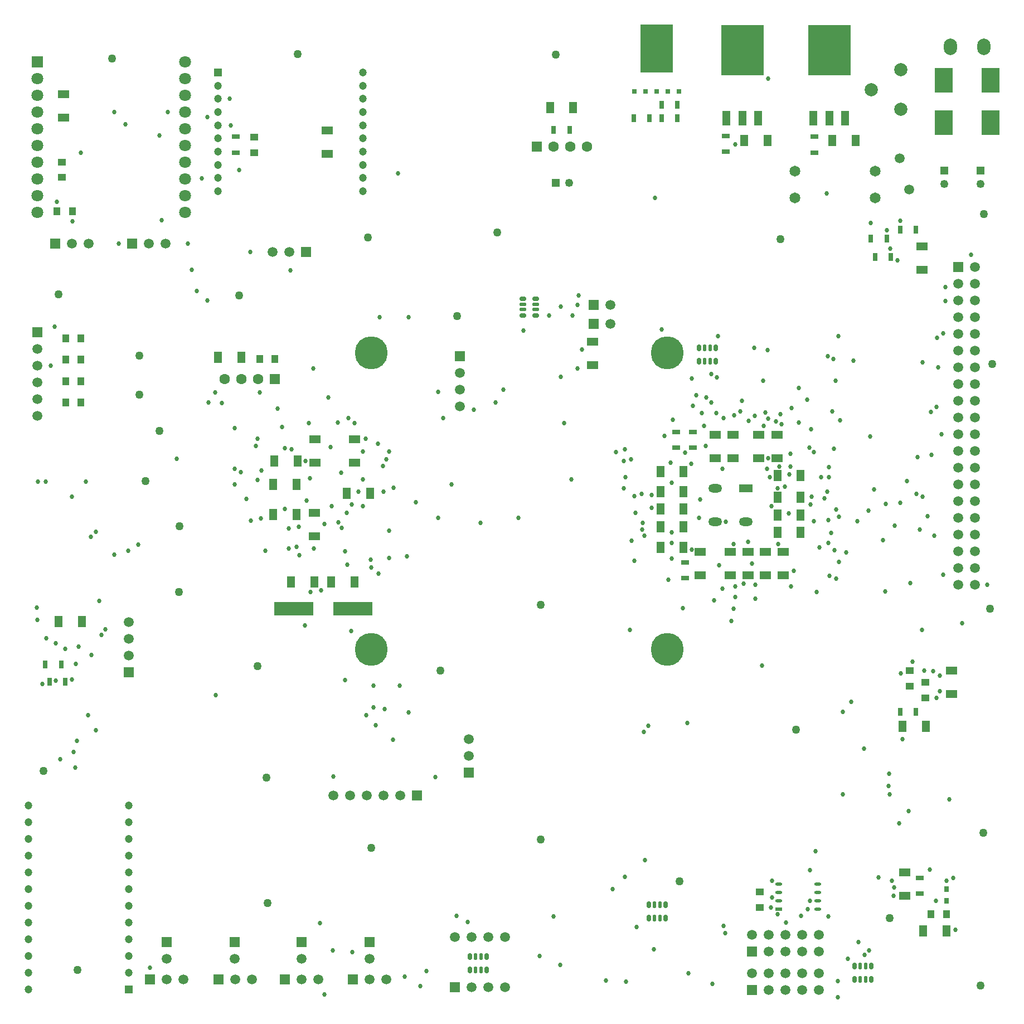
<source format=gbs>
%FSLAX25Y25*%
%MOIN*%
G70*
G01*
G75*
G04 Layer_Color=16711935*
%ADD10C,0.01000*%
%ADD11C,0.00689*%
%ADD12C,0.00669*%
%ADD13C,0.00827*%
%ADD14C,0.01575*%
%ADD15C,0.00787*%
%ADD16O,0.07087X0.01181*%
%ADD17O,0.01181X0.07087*%
%ADD18R,0.04921X0.06693*%
%ADD19R,0.09843X0.07874*%
%ADD20R,0.09843X0.01969*%
%ADD21O,0.04724X0.02362*%
%ADD22R,0.00984X0.01378*%
%ADD23O,0.00984X0.01378*%
%ADD24R,0.04724X0.04724*%
%ADD25R,0.04724X0.09449*%
G04:AMPARAMS|DCode=26|XSize=70.87mil|YSize=43.31mil|CornerRadius=0mil|HoleSize=0mil|Usage=FLASHONLY|Rotation=270.000|XOffset=0mil|YOffset=0mil|HoleType=Round|Shape=Octagon|*
%AMOCTAGOND26*
4,1,8,-0.01083,-0.03543,0.01083,-0.03543,0.02165,-0.02461,0.02165,0.02461,0.01083,0.03543,-0.01083,0.03543,-0.02165,0.02461,-0.02165,-0.02461,-0.01083,-0.03543,0.0*
%
%ADD26OCTAGOND26*%

%ADD27R,0.05118X0.04134*%
%ADD28R,0.04134X0.05118*%
G04:AMPARAMS|DCode=29|XSize=39.37mil|YSize=25.59mil|CornerRadius=0mil|HoleSize=0mil|Usage=FLASHONLY|Rotation=270.000|XOffset=0mil|YOffset=0mil|HoleType=Round|Shape=Octagon|*
%AMOCTAGOND29*
4,1,8,-0.00640,-0.01969,0.00640,-0.01969,0.01280,-0.01329,0.01280,0.01329,0.00640,0.01969,-0.00640,0.01969,-0.01280,0.01329,-0.01280,-0.01329,-0.00640,-0.01969,0.0*
%
%ADD29OCTAGOND29*%

G04:AMPARAMS|DCode=30|XSize=39.37mil|YSize=19.69mil|CornerRadius=0mil|HoleSize=0mil|Usage=FLASHONLY|Rotation=270.000|XOffset=0mil|YOffset=0mil|HoleType=Round|Shape=Octagon|*
%AMOCTAGOND30*
4,1,8,-0.00492,-0.01969,0.00492,-0.01969,0.00984,-0.01476,0.00984,0.01476,0.00492,0.01969,-0.00492,0.01969,-0.00984,0.01476,-0.00984,-0.01476,-0.00492,-0.01969,0.0*
%
%ADD30OCTAGOND30*%

%ADD31R,0.05906X0.03150*%
G04:AMPARAMS|DCode=32|XSize=59.06mil|YSize=31.5mil|CornerRadius=0mil|HoleSize=0mil|Usage=FLASHONLY|Rotation=180.000|XOffset=0mil|YOffset=0mil|HoleType=Round|Shape=Octagon|*
%AMOCTAGOND32*
4,1,8,-0.02953,0.00787,-0.02953,-0.00787,-0.02165,-0.01575,0.02165,-0.01575,0.02953,-0.00787,0.02953,0.00787,0.02165,0.01575,-0.02165,0.01575,-0.02953,0.00787,0.0*
%
%ADD32OCTAGOND32*%

G04:AMPARAMS|DCode=33|XSize=78.74mil|YSize=57.09mil|CornerRadius=0mil|HoleSize=0mil|Usage=FLASHONLY|Rotation=180.000|XOffset=0mil|YOffset=0mil|HoleType=Round|Shape=Octagon|*
%AMOCTAGOND33*
4,1,8,-0.03937,0.01427,-0.03937,-0.01427,-0.02510,-0.02854,0.02510,-0.02854,0.03937,-0.01427,0.03937,0.01427,0.02510,0.02854,-0.02510,0.02854,-0.03937,0.01427,0.0*
%
%ADD33OCTAGOND33*%

G04:AMPARAMS|DCode=34|XSize=47.24mil|YSize=39.37mil|CornerRadius=0mil|HoleSize=0mil|Usage=FLASHONLY|Rotation=90.000|XOffset=0mil|YOffset=0mil|HoleType=Round|Shape=Octagon|*
%AMOCTAGOND34*
4,1,8,0.00984,0.02362,-0.00984,0.02362,-0.01969,0.01378,-0.01969,-0.01378,-0.00984,-0.02362,0.00984,-0.02362,0.01969,-0.01378,0.01969,0.01378,0.00984,0.02362,0.0*
%
%ADD34OCTAGOND34*%

%ADD35O,0.02087X0.07795*%
%ADD36R,0.02087X0.07795*%
%ADD37O,0.06102X0.00984*%
%ADD38O,0.00984X0.06102*%
%ADD39O,0.01772X0.01181*%
%ADD40R,0.01772X0.01181*%
%ADD41R,0.01181X0.01772*%
%ADD42R,0.02165X0.04134*%
%ADD43O,0.02165X0.04134*%
%ADD44R,0.01969X0.01575*%
%ADD45O,0.01969X0.01575*%
%ADD46O,0.02232X0.01181*%
%ADD47R,0.02232X0.01181*%
%ADD48R,0.01181X0.02232*%
%ADD49O,0.01181X0.01575*%
%ADD50R,0.01181X0.01575*%
%ADD51R,0.01575X0.01181*%
%ADD52R,0.07874X0.07874*%
%ADD53R,0.06693X0.04921*%
%ADD54R,0.03150X0.04724*%
%ADD55R,0.03150X0.03543*%
%ADD56R,0.04724X0.03150*%
%ADD57C,0.00650*%
%ADD58C,0.01969*%
%ADD59C,0.02362*%
%ADD60R,0.23000X0.17000*%
%ADD61R,0.05906X0.05906*%
%ADD62C,0.05906*%
%ADD63R,0.04724X0.04724*%
%ADD64C,0.04724*%
%ADD65C,0.07087*%
%ADD66R,0.07087X0.07087*%
%ADD67R,0.05906X0.05906*%
%ADD68C,0.06496*%
%ADD69R,0.06299X0.06299*%
%ADD70C,0.06299*%
%ADD71O,0.07874X0.09843*%
%ADD72C,0.07874*%
%ADD73R,0.04921X0.04921*%
%ADD74C,0.04921*%
%ADD75R,0.04921X0.04921*%
%ADD76C,0.19685*%
%ADD77C,0.02701*%
%ADD78C,0.05000*%
%ADD79C,0.03937*%
%ADD80C,0.07874*%
%ADD81C,0.02756*%
%ADD82C,0.02953*%
%ADD83C,0.05394*%
%ADD84R,0.02756X0.03150*%
%ADD85R,0.19685X0.28543*%
%ADD86R,0.08268X0.05118*%
%ADD87O,0.08268X0.05118*%
%ADD88R,0.23622X0.07874*%
%ADD89R,0.25598X0.30299*%
%ADD90R,0.04685X0.09055*%
G04:AMPARAMS|DCode=91|XSize=39.37mil|YSize=25.59mil|CornerRadius=0mil|HoleSize=0mil|Usage=FLASHONLY|Rotation=0.000|XOffset=0mil|YOffset=0mil|HoleType=Round|Shape=Octagon|*
%AMOCTAGOND91*
4,1,8,0.01969,-0.00640,0.01969,0.00640,0.01329,0.01280,-0.01329,0.01280,-0.01969,0.00640,-0.01969,-0.00640,-0.01329,-0.01280,0.01329,-0.01280,0.01969,-0.00640,0.0*
%
%ADD91OCTAGOND91*%

G04:AMPARAMS|DCode=92|XSize=39.37mil|YSize=19.69mil|CornerRadius=0mil|HoleSize=0mil|Usage=FLASHONLY|Rotation=0.000|XOffset=0mil|YOffset=0mil|HoleType=Round|Shape=Octagon|*
%AMOCTAGOND92*
4,1,8,0.01969,-0.00492,0.01969,0.00492,0.01476,0.00984,-0.01476,0.00984,-0.01969,0.00492,-0.01969,-0.00492,-0.01476,-0.00984,0.01476,-0.00984,0.01969,-0.00492,0.0*
%
%ADD92OCTAGOND92*%

%ADD93O,0.04095X0.01969*%
%ADD94R,0.04095X0.01969*%
%ADD95R,0.11000X0.15000*%
%ADD96C,0.04921*%
%ADD97C,0.00984*%
%ADD98C,0.00394*%
%ADD99C,0.00197*%
%ADD100C,0.00800*%
%ADD101C,0.00591*%
%ADD102R,0.21300X0.15037*%
%ADD103R,0.21000X0.15000*%
D18*
X487130Y515618D02*
D03*
X501106D02*
D03*
X398374Y295114D02*
D03*
X384397D02*
D03*
X398374Y272114D02*
D03*
X384398D02*
D03*
X454397Y281114D02*
D03*
X468374D02*
D03*
X398374Y284614D02*
D03*
X384397D02*
D03*
X398374Y317614D02*
D03*
X384397D02*
D03*
X454397Y315114D02*
D03*
X468374D02*
D03*
X454397Y302114D02*
D03*
X468374D02*
D03*
X454397Y291614D02*
D03*
X468374D02*
D03*
X398374Y305614D02*
D03*
X384398D02*
D03*
X448410Y515618D02*
D03*
X434433D02*
D03*
X201494Y251498D02*
D03*
X187517D02*
D03*
X163517D02*
D03*
X177494D02*
D03*
X167493Y323998D02*
D03*
X153517D02*
D03*
X197017Y304498D02*
D03*
X210994D02*
D03*
X166993Y291998D02*
D03*
X153017D02*
D03*
X166993Y309998D02*
D03*
X153017D02*
D03*
X119894Y385882D02*
D03*
X133870D02*
D03*
X38606Y227882D02*
D03*
X24630D02*
D03*
X318394Y535382D02*
D03*
X332370D02*
D03*
X541512Y43000D02*
D03*
X555488D02*
D03*
X529130Y165118D02*
D03*
X543106D02*
D03*
D27*
X444000Y56874D02*
D03*
Y66126D02*
D03*
X26618Y502744D02*
D03*
Y493492D02*
D03*
X533500Y198626D02*
D03*
Y189374D02*
D03*
X543000Y182374D02*
D03*
Y191626D02*
D03*
X141618Y517662D02*
D03*
Y508410D02*
D03*
D28*
X28756Y397382D02*
D03*
X38008D02*
D03*
X28756Y384548D02*
D03*
X38008D02*
D03*
Y358882D02*
D03*
X28756D02*
D03*
X38008Y371715D02*
D03*
X28756D02*
D03*
X154008Y384882D02*
D03*
X144756D02*
D03*
X23492Y473118D02*
D03*
X32744D02*
D03*
X546374Y53000D02*
D03*
X555626D02*
D03*
D29*
X500480Y21937D02*
D03*
X510520D02*
D03*
X500480Y14063D02*
D03*
X510520D02*
D03*
X417520Y383563D02*
D03*
X407480D02*
D03*
X417520Y391437D02*
D03*
X407480D02*
D03*
X387520Y50563D02*
D03*
X377480D02*
D03*
X387520Y58437D02*
D03*
X377480D02*
D03*
X270480Y27437D02*
D03*
X280520D02*
D03*
X270480Y19563D02*
D03*
X280520D02*
D03*
D30*
X503925Y21937D02*
D03*
X507075D02*
D03*
X503925Y14063D02*
D03*
X507075D02*
D03*
X414075Y383563D02*
D03*
X410925D02*
D03*
X414075Y391437D02*
D03*
X410925D02*
D03*
X384075Y50563D02*
D03*
X380925D02*
D03*
X384075Y58437D02*
D03*
X380925D02*
D03*
X273925Y27437D02*
D03*
X277075D02*
D03*
X273925Y19563D02*
D03*
X277075D02*
D03*
D53*
X344000Y395331D02*
D03*
Y381354D02*
D03*
X443386Y325626D02*
D03*
Y339602D02*
D03*
X457886Y269602D02*
D03*
Y255626D02*
D03*
X447386Y269602D02*
D03*
Y255626D02*
D03*
X436886Y269602D02*
D03*
Y255626D02*
D03*
X426385Y269602D02*
D03*
Y255626D02*
D03*
X417386Y325559D02*
D03*
Y339535D02*
D03*
X454386Y325626D02*
D03*
Y339602D02*
D03*
X408386Y269602D02*
D03*
Y255626D02*
D03*
X427886Y325626D02*
D03*
Y339602D02*
D03*
X541000Y438362D02*
D03*
Y452339D02*
D03*
X178005Y323010D02*
D03*
Y336986D02*
D03*
X177505Y292986D02*
D03*
Y279010D02*
D03*
X201505Y323010D02*
D03*
Y336986D02*
D03*
X185118Y521606D02*
D03*
Y507630D02*
D03*
X27618Y543106D02*
D03*
Y529130D02*
D03*
X558500Y184512D02*
D03*
Y198488D02*
D03*
X530500Y77988D02*
D03*
Y64012D02*
D03*
D54*
X385075Y528882D02*
D03*
X394524D02*
D03*
X378024D02*
D03*
X368575D02*
D03*
X385075Y536882D02*
D03*
X394524D02*
D03*
X537224Y462351D02*
D03*
X527776D02*
D03*
X510276Y456850D02*
D03*
X519725D02*
D03*
X512776Y445851D02*
D03*
X522225D02*
D03*
X26106Y202382D02*
D03*
X16657D02*
D03*
X28606Y191882D02*
D03*
X19158D02*
D03*
X330106Y521882D02*
D03*
X320657D02*
D03*
X527776Y174000D02*
D03*
X537224D02*
D03*
D55*
X555500Y68044D02*
D03*
Y60957D02*
D03*
D56*
X393885Y331890D02*
D03*
Y341338D02*
D03*
X399385Y263338D02*
D03*
Y253889D02*
D03*
X403886Y331890D02*
D03*
Y341338D02*
D03*
X423421Y508894D02*
D03*
Y518342D02*
D03*
X476618Y508394D02*
D03*
Y517842D02*
D03*
X130618Y508394D02*
D03*
Y517842D02*
D03*
X539500Y65276D02*
D03*
Y74725D02*
D03*
D61*
X172500Y449000D02*
D03*
X22500Y454000D02*
D03*
X68500D02*
D03*
X344500Y405843D02*
D03*
Y417343D02*
D03*
X439286Y7451D02*
D03*
X439286Y30450D02*
D03*
X160048Y13882D02*
D03*
X120215D02*
D03*
X200667D02*
D03*
X79382D02*
D03*
X239000Y124000D02*
D03*
D62*
X162500Y449000D02*
D03*
X152500D02*
D03*
X32500Y454000D02*
D03*
X42500D02*
D03*
X78500D02*
D03*
X88500D02*
D03*
X271500Y9250D02*
D03*
X281500D02*
D03*
X291500D02*
D03*
X261500Y39250D02*
D03*
X271500D02*
D03*
X281500D02*
D03*
X291500D02*
D03*
X354500Y405843D02*
D03*
Y417343D02*
D03*
X169882Y26382D02*
D03*
X210667D02*
D03*
X129882D02*
D03*
X89382D02*
D03*
X479286Y17450D02*
D03*
Y7451D02*
D03*
X469286Y17450D02*
D03*
Y7451D02*
D03*
X459286Y17450D02*
D03*
Y7451D02*
D03*
X449286Y17450D02*
D03*
Y7451D02*
D03*
X439286Y17450D02*
D03*
X479286Y40451D02*
D03*
Y30450D02*
D03*
X469286Y40451D02*
D03*
Y30450D02*
D03*
X459286Y40451D02*
D03*
Y30450D02*
D03*
X449286Y40451D02*
D03*
Y30450D02*
D03*
X439286Y40451D02*
D03*
X11882Y350882D02*
D03*
Y360882D02*
D03*
Y370882D02*
D03*
Y380882D02*
D03*
Y390882D02*
D03*
X572500Y250000D02*
D03*
X562500D02*
D03*
X572500Y260000D02*
D03*
X562500D02*
D03*
X572500Y270000D02*
D03*
X562500D02*
D03*
X572500Y280000D02*
D03*
X562500D02*
D03*
X572500Y290000D02*
D03*
X562500D02*
D03*
X572500Y300000D02*
D03*
X562500D02*
D03*
X572500Y310000D02*
D03*
X562500D02*
D03*
X572500Y320000D02*
D03*
X562500D02*
D03*
X572500Y330000D02*
D03*
X562500D02*
D03*
X572500Y340000D02*
D03*
X562500D02*
D03*
X572500Y350000D02*
D03*
X562500D02*
D03*
X572500Y360000D02*
D03*
X562500D02*
D03*
X572500Y370000D02*
D03*
X562500D02*
D03*
X572500Y380000D02*
D03*
X562500D02*
D03*
X572500Y390000D02*
D03*
X562500D02*
D03*
X572500Y400000D02*
D03*
X562500D02*
D03*
X572500Y410000D02*
D03*
X562500D02*
D03*
X572500Y420000D02*
D03*
X562500D02*
D03*
X572500Y430000D02*
D03*
X562500D02*
D03*
X572500Y440000D02*
D03*
X170048Y13882D02*
D03*
X180049D02*
D03*
X130215D02*
D03*
X140215D02*
D03*
X210667D02*
D03*
X220667D02*
D03*
X89382D02*
D03*
X99382D02*
D03*
X229000Y124000D02*
D03*
X219000D02*
D03*
X209000D02*
D03*
X199000D02*
D03*
X189000D02*
D03*
X264500Y356500D02*
D03*
Y366500D02*
D03*
Y376500D02*
D03*
X270000Y147500D02*
D03*
Y157500D02*
D03*
X66524Y227644D02*
D03*
Y217644D02*
D03*
Y207644D02*
D03*
X533138Y486169D02*
D03*
X527626Y505067D02*
D03*
D63*
X119929Y556169D02*
D03*
X66500Y8000D02*
D03*
D64*
X119929Y548295D02*
D03*
Y540421D02*
D03*
Y532547D02*
D03*
Y524673D02*
D03*
Y516799D02*
D03*
Y508925D02*
D03*
Y501051D02*
D03*
Y493177D02*
D03*
Y485303D02*
D03*
X206543Y556169D02*
D03*
Y548295D02*
D03*
Y540421D02*
D03*
Y532547D02*
D03*
Y524673D02*
D03*
Y516799D02*
D03*
Y508925D02*
D03*
Y501051D02*
D03*
Y493177D02*
D03*
Y485303D02*
D03*
X66500Y18000D02*
D03*
Y28000D02*
D03*
Y38000D02*
D03*
Y48000D02*
D03*
Y58000D02*
D03*
Y68000D02*
D03*
Y78000D02*
D03*
Y88000D02*
D03*
Y98000D02*
D03*
Y108000D02*
D03*
Y118000D02*
D03*
X6500Y8000D02*
D03*
Y18000D02*
D03*
Y28000D02*
D03*
Y38000D02*
D03*
Y48000D02*
D03*
Y58000D02*
D03*
Y68000D02*
D03*
Y78000D02*
D03*
Y88000D02*
D03*
Y98000D02*
D03*
Y108000D02*
D03*
Y118000D02*
D03*
D65*
X100319Y472736D02*
D03*
Y482736D02*
D03*
Y492736D02*
D03*
Y502736D02*
D03*
Y512736D02*
D03*
Y522736D02*
D03*
Y532736D02*
D03*
Y542736D02*
D03*
Y552736D02*
D03*
Y562736D02*
D03*
X11736Y472736D02*
D03*
Y482736D02*
D03*
Y492736D02*
D03*
Y502736D02*
D03*
Y512736D02*
D03*
Y522736D02*
D03*
Y532736D02*
D03*
Y542736D02*
D03*
Y552736D02*
D03*
D66*
Y562736D02*
D03*
D67*
X261500Y9250D02*
D03*
X169882Y36382D02*
D03*
X210667D02*
D03*
X129882D02*
D03*
X89382D02*
D03*
X11882Y400882D02*
D03*
X562500Y440000D02*
D03*
X264500Y386500D02*
D03*
X270000Y137500D02*
D03*
X66524Y197644D02*
D03*
D68*
X512897Y481118D02*
D03*
X464866D02*
D03*
Y497118D02*
D03*
X512897D02*
D03*
D69*
X153921Y372882D02*
D03*
X310547Y511788D02*
D03*
D70*
X143921Y372882D02*
D03*
X133921D02*
D03*
X123921D02*
D03*
X340547Y511788D02*
D03*
X330547D02*
D03*
X320547D02*
D03*
D71*
X558039Y571618D02*
D03*
X577724D02*
D03*
D72*
X528382Y557838D02*
D03*
Y534216D02*
D03*
X510665Y546028D02*
D03*
D73*
X575882Y497555D02*
D03*
X554109Y497583D02*
D03*
D74*
X575882Y489681D02*
D03*
X554109Y489709D02*
D03*
X329819Y490382D02*
D03*
D75*
X321945D02*
D03*
D76*
X388583Y388583D02*
D03*
Y211417D02*
D03*
X211417Y388583D02*
D03*
Y211417D02*
D03*
D77*
X191500Y347000D02*
D03*
X175000Y313500D02*
D03*
X14843Y190524D02*
D03*
X42382Y171782D02*
D03*
X118482Y183882D02*
D03*
X17248Y217782D02*
D03*
X139682Y288382D02*
D03*
X168182Y284607D02*
D03*
X180982Y47482D02*
D03*
X231467Y15582D02*
D03*
X249882Y134882D02*
D03*
X177282Y271482D02*
D03*
X206482Y296982D02*
D03*
X213000Y189482D02*
D03*
X228508D02*
D03*
X40782Y311512D02*
D03*
X129879Y319282D02*
D03*
X32744Y467144D02*
D03*
X129879Y309982D02*
D03*
X143582Y312482D02*
D03*
X129879Y343579D02*
D03*
X208282Y337282D02*
D03*
X176982Y379141D02*
D03*
X472474Y55951D02*
D03*
X473982Y60951D02*
D03*
Y79282D02*
D03*
X545500Y79682D02*
D03*
X549590Y182374D02*
D03*
X367382Y276282D02*
D03*
X391182Y265582D02*
D03*
X391231Y274976D02*
D03*
X379182Y295882D02*
D03*
X407482Y289882D02*
D03*
X390482Y323082D02*
D03*
X434368Y250458D02*
D03*
X491082Y290582D02*
D03*
X450814Y296882D02*
D03*
X449782Y314282D02*
D03*
X429182Y513382D02*
D03*
X440710Y391606D02*
D03*
X462282Y320582D02*
D03*
X25589Y145661D02*
D03*
X32500Y193364D02*
D03*
X36606Y212882D02*
D03*
X48782Y240382D02*
D03*
X136878Y301182D02*
D03*
X181500Y246500D02*
D03*
X241000Y10000D02*
D03*
X189000Y135282D02*
D03*
X244457Y18882D02*
D03*
X324715Y22500D02*
D03*
X197017Y292992D02*
D03*
X224682Y157158D02*
D03*
X238218Y299282D02*
D03*
X32500Y302500D02*
D03*
X145986Y318282D02*
D03*
X19882Y380882D02*
D03*
X172298Y323998D02*
D03*
X64482Y525182D02*
D03*
X57982Y532682D02*
D03*
X335000Y379300D02*
D03*
X391982Y348482D02*
D03*
X401208Y17450D02*
D03*
X451182Y72982D02*
D03*
X462564Y249000D02*
D03*
X403079Y270882D02*
D03*
X436882Y275523D02*
D03*
X484782Y51482D02*
D03*
X524000Y64012D02*
D03*
X515000Y75000D02*
D03*
X529130Y157434D02*
D03*
X535149Y203882D02*
D03*
X551482Y195481D02*
D03*
X399382Y328982D02*
D03*
X454482Y307582D02*
D03*
X448882Y325626D02*
D03*
X411622Y332832D02*
D03*
X549982Y397682D02*
D03*
X554982Y419682D02*
D03*
X555000Y428000D02*
D03*
X510276Y466118D02*
D03*
X550564Y380000D02*
D03*
X553500Y400264D02*
D03*
X522000Y451000D02*
D03*
X526382Y443960D02*
D03*
X381182Y481182D02*
D03*
X234000Y410000D02*
D03*
X216500D02*
D03*
X145482Y289553D02*
D03*
X523000Y73000D02*
D03*
X524282Y68831D02*
D03*
X449000Y552500D02*
D03*
X521500Y124500D02*
D03*
X521264Y137000D02*
D03*
X11782Y229000D02*
D03*
X50168Y219832D02*
D03*
X28500Y211500D02*
D03*
X167000Y272700D02*
D03*
X194000Y284000D02*
D03*
X218500Y321000D02*
D03*
X220500Y325000D02*
D03*
X380482Y32000D02*
D03*
X34500Y140500D02*
D03*
X33500Y150000D02*
D03*
X46984Y162984D02*
D03*
X219500Y175500D02*
D03*
X57864Y268000D02*
D03*
X44000Y278500D02*
D03*
X47000Y281500D02*
D03*
X441149Y250000D02*
D03*
X475000Y302500D02*
D03*
X555500Y73000D02*
D03*
X551500Y186264D02*
D03*
X561000Y43500D02*
D03*
X215782Y256582D02*
D03*
X233000Y267032D02*
D03*
X79082Y20882D02*
D03*
X200082Y30382D02*
D03*
X262500Y52000D02*
D03*
X269182Y48382D02*
D03*
X199682Y222282D02*
D03*
X195882Y192982D02*
D03*
X441149Y241582D02*
D03*
X379182Y303682D02*
D03*
X386782Y338995D02*
D03*
X459032Y308532D02*
D03*
X464082Y258382D02*
D03*
X446082Y344782D02*
D03*
X546282Y353282D02*
D03*
X570382Y447382D02*
D03*
X528000Y467500D02*
D03*
X403782Y357082D02*
D03*
X405748Y363256D02*
D03*
X433382Y359882D02*
D03*
X453482Y347582D02*
D03*
X418382Y374082D02*
D03*
X519725Y461775D02*
D03*
X337598Y390598D02*
D03*
X423433Y287614D02*
D03*
X474382Y297932D02*
D03*
X508982Y294182D02*
D03*
X512182Y307082D02*
D03*
X482432Y301632D02*
D03*
X524682Y285241D02*
D03*
X533982Y250782D02*
D03*
X484927Y274976D02*
D03*
X547400Y198382D02*
D03*
X495582Y269182D02*
D03*
X518782Y245982D02*
D03*
X528282Y196882D02*
D03*
X542382Y198626D02*
D03*
X377382Y165451D02*
D03*
X34782Y202682D02*
D03*
X211382Y264982D02*
D03*
X16882Y311582D02*
D03*
X133482Y317282D02*
D03*
X35482Y156682D02*
D03*
X11482Y236382D02*
D03*
X22921Y214921D02*
D03*
X44382Y208082D02*
D03*
X197082Y261982D02*
D03*
X52682Y223382D02*
D03*
X72082Y273882D02*
D03*
X193482Y316882D02*
D03*
X195785Y269785D02*
D03*
X476182Y329182D02*
D03*
X462182Y328126D02*
D03*
X546682Y327482D02*
D03*
X548082Y279382D02*
D03*
X473682Y331946D02*
D03*
X467082Y346982D02*
D03*
X549582Y356182D02*
D03*
X579882Y250000D02*
D03*
X480582Y314282D02*
D03*
X461582Y315882D02*
D03*
X537582Y304182D02*
D03*
X485282Y314282D02*
D03*
X538282Y326282D02*
D03*
X485082Y320182D02*
D03*
X491882Y348382D02*
D03*
X484363Y305691D02*
D03*
X422082Y349682D02*
D03*
X488282Y331232D02*
D03*
X445782Y372082D02*
D03*
X448182Y319282D02*
D03*
X421464D02*
D03*
X455682Y320682D02*
D03*
X417905Y352556D02*
D03*
X531882Y311982D02*
D03*
X499812Y384082D02*
D03*
X414971Y358821D02*
D03*
X541182Y302682D02*
D03*
Y382932D02*
D03*
X411982Y361782D02*
D03*
X487882Y385082D02*
D03*
X527982Y298782D02*
D03*
X509782Y338532D02*
D03*
X410482Y344782D02*
D03*
X544082Y290782D02*
D03*
X409131Y352432D02*
D03*
X519132Y298244D02*
D03*
X484521Y386682D02*
D03*
X418782Y398582D02*
D03*
X490782D02*
D03*
X539682Y282818D02*
D03*
X385182Y402582D02*
D03*
X553682Y256082D02*
D03*
X449023Y349115D02*
D03*
X467386Y367478D02*
D03*
X487337Y353437D02*
D03*
X474482Y342782D02*
D03*
X456897Y345905D02*
D03*
X448682Y390382D02*
D03*
X462882Y355482D02*
D03*
X472382Y360682D02*
D03*
X456282Y351982D02*
D03*
X428482Y351275D02*
D03*
X552482Y340000D02*
D03*
X325000Y374253D02*
D03*
X428282Y274282D02*
D03*
X450500Y57000D02*
D03*
X454782Y274282D02*
D03*
X485682Y255282D02*
D03*
X312182Y27882D02*
D03*
X397842Y235842D02*
D03*
X355882Y68082D02*
D03*
X363382Y75282D02*
D03*
X320567Y51682D02*
D03*
X375182Y85282D02*
D03*
X370067Y45307D02*
D03*
X422067Y46082D02*
D03*
X477970Y245552D02*
D03*
X439181Y262582D02*
D03*
X445382Y201582D02*
D03*
X451182Y62982D02*
D03*
X429082Y242682D02*
D03*
X454582Y52782D02*
D03*
X374482Y161782D02*
D03*
X389182Y252982D02*
D03*
X419496Y261582D02*
D03*
X208582Y172082D02*
D03*
X317982Y410982D02*
D03*
X212949Y176482D02*
D03*
X191882Y287182D02*
D03*
X302482Y401782D02*
D03*
X325000Y416182D02*
D03*
X199982Y297782D02*
D03*
X373082Y304282D02*
D03*
X206482Y312982D02*
D03*
X331182D02*
D03*
X363082Y330982D02*
D03*
X366804Y324989D02*
D03*
X206582Y329682D02*
D03*
X362712Y324082D02*
D03*
X357982Y329182D02*
D03*
X222382Y329482D02*
D03*
X201690Y346482D02*
D03*
X326882D02*
D03*
X203782Y305582D02*
D03*
X368882Y302882D02*
D03*
X259582Y310082D02*
D03*
X197753Y349482D02*
D03*
X254582D02*
D03*
X391182Y311082D02*
D03*
X224782Y308082D02*
D03*
X369582Y292782D02*
D03*
X218882Y305482D02*
D03*
X362632Y307432D02*
D03*
X215582Y334382D02*
D03*
X363533Y314232D02*
D03*
X486632Y280882D02*
D03*
X517482Y276445D02*
D03*
X502282Y287782D02*
D03*
X489532Y294782D02*
D03*
X506382Y151882D02*
D03*
X491182Y263750D02*
D03*
X540982Y222882D02*
D03*
X488510Y270671D02*
D03*
X557205Y121500D02*
D03*
X520782Y129500D02*
D03*
X479482Y272182D02*
D03*
X527179Y107382D02*
D03*
X532823Y114523D02*
D03*
X461382Y292693D02*
D03*
X493582Y124482D02*
D03*
X489482Y253682D02*
D03*
X483782Y484082D02*
D03*
X402882Y322182D02*
D03*
X86382Y467882D02*
D03*
X60482Y454000D02*
D03*
X84882Y518482D02*
D03*
X118082Y364982D02*
D03*
X101900Y454000D02*
D03*
X104232Y438269D02*
D03*
X110182Y492873D02*
D03*
X37982Y508182D02*
D03*
X89882Y532736D02*
D03*
X107082Y425418D02*
D03*
X113482Y419982D02*
D03*
Y529573D02*
D03*
X183682Y286282D02*
D03*
X23492Y478882D02*
D03*
X484982Y288682D02*
D03*
X559582Y74582D02*
D03*
X564882Y226982D02*
D03*
X476082Y287782D02*
D03*
X144756Y365008D02*
D03*
X335000Y417343D02*
D03*
X331982Y410982D02*
D03*
X122282Y358482D02*
D03*
X159882Y331682D02*
D03*
X143482Y337282D02*
D03*
X155525Y355382D02*
D03*
X114082Y358882D02*
D03*
X158383Y344382D02*
D03*
X174131Y346632D02*
D03*
X285782Y358782D02*
D03*
X12191Y311591D02*
D03*
X22182Y404282D02*
D03*
X172905Y300382D02*
D03*
X188582Y31382D02*
D03*
X183682Y4782D02*
D03*
X432282Y353682D02*
D03*
X414782Y376044D02*
D03*
X437382Y347882D02*
D03*
X440858Y350782D02*
D03*
X368982Y264282D02*
D03*
X403082Y373189D02*
D03*
X459582Y48082D02*
D03*
X493582Y174082D02*
D03*
X421464Y247600D02*
D03*
X429338Y248947D02*
D03*
X496482Y26182D02*
D03*
X498432Y179798D02*
D03*
X400482Y167182D02*
D03*
X468482Y51782D02*
D03*
X477082Y90582D02*
D03*
X549182Y60982D02*
D03*
X22882Y192479D02*
D03*
X214319Y165982D02*
D03*
X233982Y173582D02*
D03*
X142582Y332766D02*
D03*
X447382Y353082D02*
D03*
X489182Y371882D02*
D03*
X509282Y31382D02*
D03*
X175382Y245482D02*
D03*
X171782Y225482D02*
D03*
X366182Y222882D02*
D03*
X428082Y235582D02*
D03*
X423282Y41482D02*
D03*
X187182Y332382D02*
D03*
X276882Y286982D02*
D03*
X373882D02*
D03*
X272782Y354482D02*
D03*
X251682Y290082D02*
D03*
X187982Y296882D02*
D03*
X251682Y365182D02*
D03*
X373582Y282882D02*
D03*
X299582Y289882D02*
D03*
X185942Y361782D02*
D03*
X290482Y366500D02*
D03*
X391166Y281266D02*
D03*
X222282Y282182D02*
D03*
X374822Y279222D02*
D03*
X222211Y265832D02*
D03*
X66382Y270382D02*
D03*
X148282D02*
D03*
X163782Y331082D02*
D03*
X95082Y325182D02*
D03*
X139264Y449000D02*
D03*
X126882Y540421D02*
D03*
X159782Y295282D02*
D03*
X162282Y283482D02*
D03*
X163382Y438082D02*
D03*
X408082Y300982D02*
D03*
X415585Y11379D02*
D03*
X426982Y228182D02*
D03*
X416582Y240582D02*
D03*
X490582Y12782D02*
D03*
X502982Y36182D02*
D03*
X351982Y13182D02*
D03*
X363782Y12682D02*
D03*
X490582Y3182D02*
D03*
X506500Y28500D02*
D03*
X168577Y267598D02*
D03*
X211537Y260227D02*
D03*
X162382Y271582D02*
D03*
X132582Y497882D02*
D03*
X127682Y524673D02*
D03*
X227582Y495761D02*
D03*
X335500Y422843D02*
D03*
D78*
X253000Y198500D02*
D03*
X262903Y410500D02*
D03*
X581500Y235500D02*
D03*
X578000Y471500D02*
D03*
X583000Y382000D02*
D03*
X577500Y101470D02*
D03*
X576000Y10351D02*
D03*
X521497Y50500D02*
D03*
X396000Y72500D02*
D03*
X465532Y163329D02*
D03*
X313000Y237912D02*
D03*
Y97500D02*
D03*
X211500Y92500D02*
D03*
X15500Y138500D02*
D03*
X35880Y19500D02*
D03*
X149500Y59500D02*
D03*
X148940Y134500D02*
D03*
X143500Y201404D02*
D03*
X96500Y245500D02*
D03*
X97000Y285000D02*
D03*
X76500Y312000D02*
D03*
X85000Y342000D02*
D03*
X73000Y363500D02*
D03*
X72941Y387000D02*
D03*
X132500Y423000D02*
D03*
X24500Y423500D02*
D03*
X209500Y457744D02*
D03*
X287000Y460500D02*
D03*
X456317Y456500D02*
D03*
X322000Y567000D02*
D03*
X167500Y567148D02*
D03*
X56500Y564500D02*
D03*
D84*
X395685Y544882D02*
D03*
X388992D02*
D03*
X382299D02*
D03*
X375606D02*
D03*
X368913D02*
D03*
D85*
X382299Y570689D02*
D03*
D86*
X435441Y307614D02*
D03*
D87*
Y287614D02*
D03*
X417331Y307614D02*
D03*
Y287614D02*
D03*
D88*
X200604Y235616D02*
D03*
X165171D02*
D03*
D89*
X433421Y569638D02*
D03*
X485500Y569701D02*
D03*
D90*
X423921Y528937D02*
D03*
X433421D02*
D03*
X442921D02*
D03*
X476000Y529000D02*
D03*
X485500D02*
D03*
X495000D02*
D03*
D91*
X302063Y410980D02*
D03*
Y421020D02*
D03*
X309937Y410980D02*
D03*
Y421020D02*
D03*
D92*
X302063Y414425D02*
D03*
Y417575D02*
D03*
X309937Y414425D02*
D03*
Y417575D02*
D03*
D93*
X478498Y70951D02*
D03*
Y65951D02*
D03*
Y60951D02*
D03*
Y55951D02*
D03*
X455073Y70951D02*
D03*
Y65951D02*
D03*
Y60951D02*
D03*
D94*
Y55951D02*
D03*
D95*
X581929Y526118D02*
D03*
X553833D02*
D03*
X581929Y551618D02*
D03*
X553833D02*
D03*
M02*

</source>
